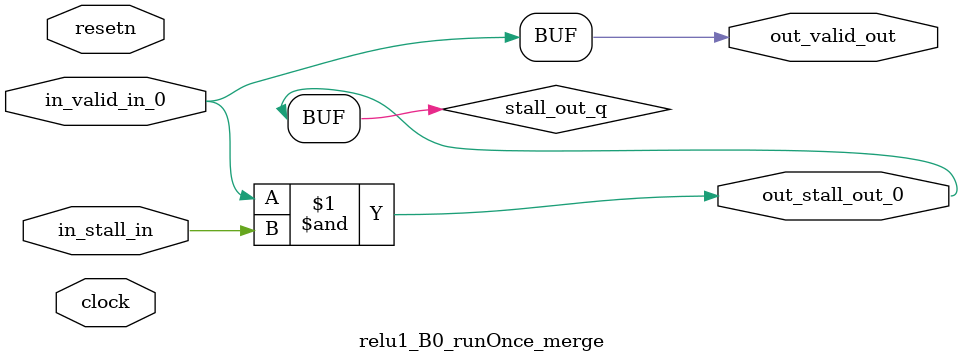
<source format=sv>



(* altera_attribute = "-name AUTO_SHIFT_REGISTER_RECOGNITION OFF; -name MESSAGE_DISABLE 10036; -name MESSAGE_DISABLE 10037; -name MESSAGE_DISABLE 14130; -name MESSAGE_DISABLE 14320; -name MESSAGE_DISABLE 15400; -name MESSAGE_DISABLE 14130; -name MESSAGE_DISABLE 10036; -name MESSAGE_DISABLE 12020; -name MESSAGE_DISABLE 12030; -name MESSAGE_DISABLE 12010; -name MESSAGE_DISABLE 12110; -name MESSAGE_DISABLE 14320; -name MESSAGE_DISABLE 13410; -name MESSAGE_DISABLE 113007; -name MESSAGE_DISABLE 10958" *)
module relu1_B0_runOnce_merge (
    input wire [0:0] in_stall_in,
    input wire [0:0] in_valid_in_0,
    output wire [0:0] out_stall_out_0,
    output wire [0:0] out_valid_out,
    input wire clock,
    input wire resetn
    );

    wire [0:0] stall_out_q;


    // stall_out(LOGICAL,6)
    assign stall_out_q = in_valid_in_0 & in_stall_in;

    // out_stall_out_0(GPOUT,4)
    assign out_stall_out_0 = stall_out_q;

    // out_valid_out(GPOUT,5)
    assign out_valid_out = in_valid_in_0;

endmodule

</source>
